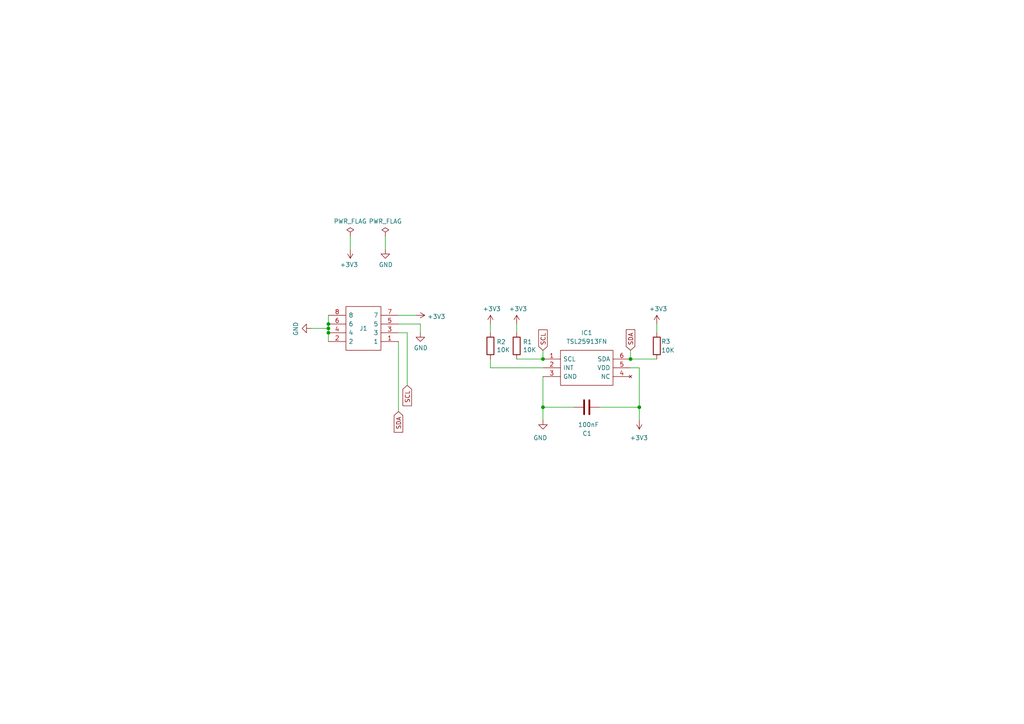
<source format=kicad_sch>
(kicad_sch (version 20211123) (generator eeschema)
  (paper "A4")
  (lib_symbols
    (symbol "Device:C" (pin_numbers hide) (pin_names (offset 0.254))
      (property "Reference" "C" (at 0.635 2.54 0))
      (property "Value" "C" (at 0.635 -2.54 0))
      (symbol "C_0_1"
        (polyline (pts (xy -2.032 -0.762) (xy 2.032 -0.762)) (stroke (width 0.508)))
        (polyline (pts (xy -2.032 0.762) (xy 2.032 0.762)) (stroke (width 0.508)))
      )
      (symbol "C_1_1"
        (pin passive line (at 0 3.81 270) (length 2.794) (name "~") (number "1"))
        (pin passive line (at 0 -3.81 90) (length 2.794) (name "~") (number "2"))
      )
    )
    (symbol "Device:R" (pin_numbers hide) (pin_names (offset 0))
      (property "Reference" "R" (at 2.032 0 90))
      (property "Value" "R" (at 0 0 90))
      (symbol "R_0_1"
        (rectangle (start -1.016 -2.54) (end 1.016 2.54) (stroke (width 0.254)))
      )
      (symbol "R_1_1"
        (pin passive line (at 0 3.81 270) (length 1.27) (name "~") (number "1"))
        (pin passive line (at 0 -3.81 90) (length 1.27) (name "~") (number "2"))
      )
    )
    (symbol "SamacSys_Parts:TSL25913FN" (pin_names (offset 0.762))
      (property "Reference" "IC" (at 21.59 7.62 0))
      (property "Value" "TSL25913FN" (at 21.59 5.08 0))
      (symbol "TSL25913FN_0_0"
        (pin passive line (at 0 0 0) (length 5.08) (name "SCL") (number "1"))
        (pin passive line (at 0 -2.54 0) (length 5.08) (name "INT") (number "2"))
        (pin passive line (at 0 -5.08 0) (length 5.08) (name "GND") (number "3"))
        (pin no_connect line (at 25.4 -5.08 180) (length 5.08) (name "NC") (number "4"))
        (pin passive line (at 25.4 -2.54 180) (length 5.08) (name "VDD") (number "5"))
        (pin passive line (at 25.4 0 180) (length 5.08) (name "SDA") (number "6"))
      )
      (symbol "TSL25913FN_0_1"
        (polyline (pts (xy 5.08 2.54) (xy 20.32 2.54) (xy 20.32 -7.62) (xy 5.08 -7.62) (xy 5.08 2.54)) (stroke (width 0.1524)))
      )
    )
    (symbol "SamacSys_Parts:TSM-104-02-S-DV-P-TR" (pin_names (offset 0.762))
      (property "Reference" "J" (at 16.51 7.62 0))
      (property "Value" "SamacSys_Parts_TSM-104-02-S-DV-P-TR" (at 16.51 5.08 0))
      (symbol "TSM-104-02-S-DV-P-TR_0_0"
        (pin passive line (at 20.32 -7.62 180) (length 5.08) (name "1") (number "1"))
        (pin passive line (at 0 -7.62 0) (length 5.08) (name "2") (number "2"))
        (pin passive line (at 20.32 -5.08 180) (length 5.08) (name "3") (number "3"))
        (pin passive line (at 0 -5.08 0) (length 5.08) (name "4") (number "4"))
        (pin passive line (at 20.32 -2.54 180) (length 5.08) (name "5") (number "5"))
        (pin passive line (at 0 -2.54 0) (length 5.08) (name "6") (number "6"))
        (pin passive line (at 20.32 0 180) (length 5.08) (name "7") (number "7"))
        (pin passive line (at 0 0 0) (length 5.08) (name "8") (number "8"))
      )
      (symbol "TSM-104-02-S-DV-P-TR_0_1"
        (polyline (pts (xy 5.08 2.54) (xy 15.24 2.54) (xy 15.24 -10.16) (xy 5.08 -10.16) (xy 5.08 2.54)) (stroke (width 0.1524)))
      )
    )
    (symbol "power:+3.3V" (power) (pin_names (offset 0))
      (property "Value" "+3.3V" (at 0 3.556 0))
      (symbol "+3.3V_0_1"
        (polyline (pts (xy -0.762 1.27) (xy 0 2.54)))
        (polyline (pts (xy 0 0) (xy 0 2.54)))
        (polyline (pts (xy 0 2.54) (xy 0.762 1.27)))
      )
      (symbol "+3.3V_1_1"
        (pin power_in line (at 0 0 90) (length 0) hide (name "+3V3") (number "1"))
      )
    )
    (symbol "power:GND" (power) (pin_names (offset 0))
      (property "Value" "GND" (at 0 -3.81 0))
      (symbol "GND_0_1"
        (polyline (pts (xy 0 0) (xy 0 -1.27) (xy 1.27 -1.27) (xy 0 -2.54) (xy -1.27 -1.27) (xy 0 -1.27)))
      )
      (symbol "GND_1_1"
        (pin power_in line (at 0 0 270) (length 0) hide (name "GND") (number "1"))
      )
    )
    (symbol "power:PWR_FLAG" (power) (pin_numbers hide) (pin_names (offset 0) hide)
      (property "Value" "PWR_FLAG" (at 0 3.81 0))
      (symbol "PWR_FLAG_0_0"
        (pin power_out line (at 0 0 90) (length 0) (name "pwr") (number "1"))
      )
      (symbol "PWR_FLAG_0_1"
        (polyline (pts (xy 0 0) (xy 0 1.27) (xy -1.016 1.905) (xy 0 2.54) (xy 1.016 1.905) (xy 0 1.27)))
      )
    )
  )
  (junction (at 95.25 93.98))
  (junction (at 185.42 118.11))
  (junction (at 182.88 104.14))
  (junction (at 157.48 118.11))
  (junction (at 95.25 96.52))
  (junction (at 157.48 104.14))
  (junction (at 95.25 95.25))
  (wire (pts (xy 157.48 118.11) (xy 166.37 118.11)))
  (wire (pts (xy 101.6 68.58) (xy 101.6 72.39)))
  (wire (pts (xy 118.11 96.52) (xy 115.57 96.52)))
  (wire (pts (xy 95.25 96.52) (xy 95.25 99.06)))
  (wire (pts (xy 190.5 93.98) (xy 190.5 96.52)))
  (wire (pts (xy 185.42 118.11) (xy 185.42 106.68)))
  (wire (pts (xy 95.25 93.98) (xy 95.25 95.25)))
  (wire (pts (xy 142.24 106.68) (xy 157.48 106.68)))
  (wire (pts (xy 142.24 104.14) (xy 142.24 106.68)))
  (wire (pts (xy 95.25 91.44) (xy 95.25 93.98)))
  (wire (pts (xy 90.17 95.25) (xy 95.25 95.25)))
  (wire (pts (xy 149.86 104.14) (xy 157.48 104.14)))
  (wire (pts (xy 149.86 93.98) (xy 149.86 96.52)))
  (wire (pts (xy 182.88 104.14) (xy 190.5 104.14)))
  (wire (pts (xy 115.57 93.98) (xy 121.92 93.98)))
  (wire (pts (xy 142.24 96.52) (xy 142.24 93.98)))
  (wire (pts (xy 173.99 118.11) (xy 185.42 118.11)))
  (wire (pts (xy 111.76 72.39) (xy 111.76 68.58)))
  (wire (pts (xy 157.48 101.6) (xy 157.48 104.14)))
  (wire (pts (xy 118.11 96.52) (xy 118.11 111.76)))
  (wire (pts (xy 157.48 109.22) (xy 157.48 118.11)))
  (wire (pts (xy 95.25 95.25) (xy 95.25 96.52)))
  (wire (pts (xy 121.92 96.52) (xy 121.92 93.98)))
  (wire (pts (xy 157.48 118.11) (xy 157.48 121.92)))
  (wire (pts (xy 185.42 118.11) (xy 185.42 121.92)))
  (wire (pts (xy 115.57 91.44) (xy 120.65 91.44)))
  (wire (pts (xy 182.88 101.6) (xy 182.88 104.14)))
  (wire (pts (xy 115.57 99.06) (xy 115.57 119.38)))
  (wire (pts (xy 185.42 106.68) (xy 182.88 106.68)))
  (global_label "SDA" (shape input) (at 115.57 119.38 270) (property "Intersheet References" "${INTERSHEET_REFS}" (effects hide)))
  (global_label "SCL" (shape input) (at 118.11 111.76 270) (property "Intersheet References" "${INTERSHEET_REFS}" (effects hide)))
  (global_label "SDA" (shape input) (at 182.88 101.6 90) (property "Intersheet References" "${INTERSHEET_REFS}" (effects hide)))
  (global_label "SCL" (shape input) (at 157.48 101.6 90) (property "Intersheet References" "${INTERSHEET_REFS}" (effects hide)))
  (symbol (lib_id "SamacSys_Parts:TSM-104-02-S-DV-P-TR") (at 95.25 91.44 0) (unit 1)
    (property "Reference" "J1" (at 105.41 95.25 0))
    (property "Value" "TSM-104-02-S-DV-P-TR" (effects hide))
    (property "Footprint" "TSM-104-YY-ZZZ-DV-P-TR" (effects hide))
    (property "Datasheet" "http://suddendocs.samtec.com/prints/tsm-1xx-xx-xxx-xx-x-xxx-x-mkt.pdf" (effects hide))
    (property "Description" "8 Position, Dual-Row, .100&quot; Surface Mount Terminal Strip" (effects hide))
    (property "Manufacturer_Name" "SAMTEC" (effects hide))
    (property "Manufacturer_Part_Number" "TSM-104-02-S-DV-P-TR" (effects hide))
    (property "Arrow Part Number" "TSM-104-02-S-DV-P-TR" (effects hide))
    (property "Arrow Price/Stock" "https://www.arrow.com/en/products/tsm-104-02-s-dv-p-tr/samtec" (effects hide))
    (property "Mouser Part Number" "200-TSM10402SDVPTR" (effects hide))
    (property "Mouser Price/Stock" "https://www.mouser.co.uk/ProductDetail/Samtec/TSM-104-02-S-DV-P-TR?qs=0lQeLiL1qyYnr3uHEjAxRw%3D%3D" (effects hide))
  )
  (symbol (lib_id "power:+3.3V") (at 101.6 72.39 180) (unit 1)
    (property "Reference" "#PWR0101" (effects hide))
    (property "Value" "+3.3V" (at 101.219 76.7842 0))
  )
  (symbol (lib_id "power:GND") (at 111.76 72.39 0) (unit 1)
    (property "Reference" "#PWR0102" (effects hide))
    (property "Value" "GND" (at 111.887 76.7842 0))
  )
  (symbol (lib_id "power:PWR_FLAG") (at 101.6 68.58 0) (unit 1)
    (property "Reference" "#FLG0101" (effects hide))
    (property "Value" "PWR_FLAG" (at 101.6 64.1858 0))
  )
  (symbol (lib_id "power:+3.3V") (at 120.65 91.44 270) (unit 1)
    (property "Reference" "#PWR0104" (effects hide))
    (property "Value" "+3.3V" (at 123.9012 91.821 90) (effects (justify left)))
  )
  (symbol (lib_id "power:GND") (at 121.92 96.52 0) (unit 1)
    (property "Reference" "#PWR0105" (effects hide))
    (property "Value" "GND" (at 122.047 100.9142 0))
  )
  (symbol (lib_id "power:+3.3V") (at 185.42 121.92 180) (unit 1)
    (property "Reference" "#PWR0106" (effects hide))
    (property "Value" "+3.3V" (at 187.96 127 0) (effects (justify left)))
  )
  (symbol (lib_id "power:GND") (at 157.48 121.92 0) (unit 1)
    (property "Reference" "#PWR0107" (effects hide))
    (property "Value" "GND" (at 158.75 127 0) (effects (justify right)))
  )
  (symbol (lib_id "power:PWR_FLAG") (at 111.76 68.58 0) (unit 1)
    (property "Reference" "#FLG0102" (effects hide))
    (property "Value" "PWR_FLAG" (at 111.76 64.1858 0))
  )
  (symbol (lib_id "Device:C") (at 170.18 118.11 270) (unit 1)
    (property "Reference" "C1" (at 168.91 125.73 90) (effects (justify left)))
    (property "Value" "100nF" (at 167.64 123.19 90) (effects (justify left)))
    (property "Footprint" "Capacitor_SMD:C_1206_3216Metric_Pad1.42x1.75mm_HandSolder" (effects hide))
  )
  (symbol (lib_id "power:+3.3V") (at 190.5 93.98 0) (unit 1)
    (property "Reference" "#PWR0103" (effects hide))
    (property "Value" "+3.3V" (at 190.881 89.5858 0))
  )
  (symbol (lib_id "Device:R") (at 190.5 100.33 0) (unit 1)
    (property "Reference" "R3" (at 191.77 99.06 0) (effects (justify left)))
    (property "Value" "10K" (at 191.77 101.6 0) (effects (justify left)))
    (property "Footprint" "Resistor_SMD:R_1206_3216Metric" (effects hide))
  )
  (symbol (lib_id "Device:R") (at 149.86 100.33 0) (unit 1)
    (property "Reference" "R1" (at 151.638 99.1616 0) (effects (justify left)))
    (property "Value" "10K" (at 151.638 101.473 0) (effects (justify left)))
    (property "Footprint" "Resistor_SMD:R_1206_3216Metric" (effects hide))
  )
  (symbol (lib_id "Device:R") (at 142.24 100.33 0) (unit 1)
    (property "Reference" "R2" (at 144.018 99.1616 0) (effects (justify left)))
    (property "Value" "10K" (at 144.018 101.473 0) (effects (justify left)))
    (property "Footprint" "Resistor_SMD:R_1206_3216Metric" (effects hide))
  )
  (symbol (lib_id "power:+3.3V") (at 149.86 93.98 0) (unit 1)
    (property "Reference" "#PWR0108" (effects hide))
    (property "Value" "+3.3V" (at 150.241 89.5858 0))
  )
  (symbol (lib_id "power:+3.3V") (at 142.24 93.98 0) (unit 1)
    (property "Reference" "#PWR0109" (effects hide))
    (property "Value" "+3.3V" (at 142.621 89.5858 0))
  )
  (symbol (lib_id "power:GND") (at 90.17 95.25 270) (unit 1)
    (property "Reference" "#PWR0110" (effects hide))
    (property "Value" "GND" (at 85.7758 95.377 0))
  )
  (symbol (lib_id "SamacSys_Parts:TSL25913FN") (at 157.48 104.14 0) (unit 1)
    (property "Reference" "IC1" (at 170.18 96.52 0))
    (property "Value" "TSL25913FN" (at 170.18 99.06 0))
    (property "Footprint" "TSL25913FN" (effects hide))
    (property "Datasheet" "https://ams.com/documents/20143/36005/TSL2591_DS000338_6-00.pdf" (effects hide))
    (property "Description" "Light to Digital Ambient Light Sensor Digital 3V 6-Pin DFN EP" (effects hide))
    (property "Height" "1.15" (effects hide))
    (property "Manufacturer_Name" "ams" (effects hide))
    (property "Manufacturer_Part_Number" "TSL25913FN" (effects hide))
    (property "Mouser Part Number" "985-TSL25913FN" (effects hide))
    (property "Mouser Price/Stock" "https://www.mouser.co.uk/ProductDetail/ams/TSL25913FN?qs=abmNkq9no6CEMk6a7R%2FVTQ%3D%3D" (effects hide))
    (property "Arrow Part Number" "TSL25913FN" (effects hide))
    (property "Arrow Price/Stock" "https://www.arrow.com/en/products/tsl25913fn/ams-ag" (effects hide))
  )
)
</source>
